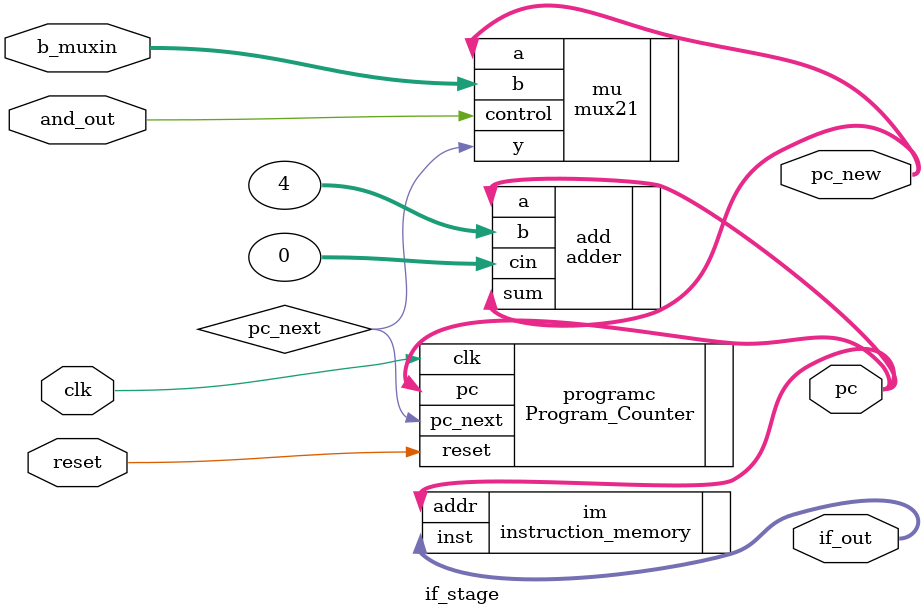
<source format=sv>
module if_stage #(parameter N=32)(input logic clk,and_out,reset, input logic [N-1:0]b_muxin,output logic [N-1:0]if_out,pc,pc_new);

wire pc_next;
adder #(N) add (.sum(pc_new),.b(4),.cin(0),.a(pc));
mux21 #(N) mu (.a(pc_new),.b(b_muxin),.control(and_out),.y(pc_next));
Program_Counter #(N) programc (.pc_next(pc_next),.pc(pc),.clk(clk),.reset(reset));
instruction_memory im (.addr(pc),.inst(if_out)); //,.clk(clk));
endmodule

</source>
